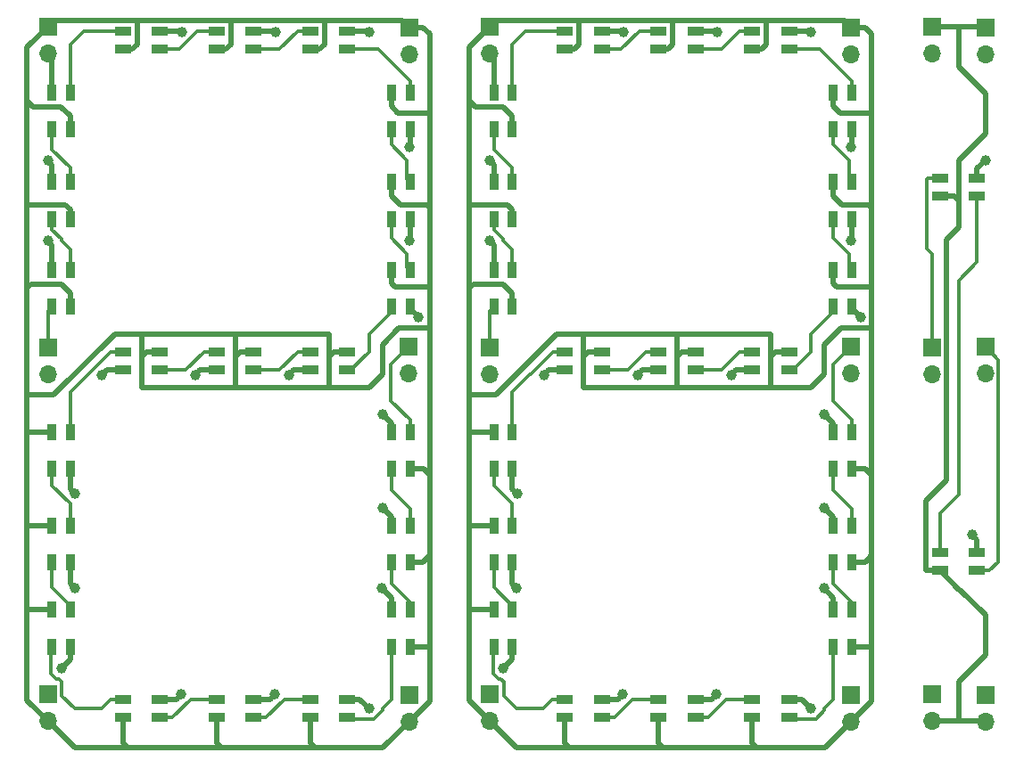
<source format=gbr>
%TF.GenerationSoftware,KiCad,Pcbnew,(5.1.9)-1*%
%TF.CreationDate,2021-05-05T18:50:42+10:00*%
%TF.ProjectId,panel,70616e65-6c2e-46b6-9963-61645f706362,rev?*%
%TF.SameCoordinates,Original*%
%TF.FileFunction,Copper,L1,Top*%
%TF.FilePolarity,Positive*%
%FSLAX46Y46*%
G04 Gerber Fmt 4.6, Leading zero omitted, Abs format (unit mm)*
G04 Created by KiCad (PCBNEW (5.1.9)-1) date 2021-05-05 18:50:42*
%MOMM*%
%LPD*%
G01*
G04 APERTURE LIST*
%TA.AperFunction,SMDPad,CuDef*%
%ADD10R,0.850000X1.600000*%
%TD*%
%TA.AperFunction,ComponentPad*%
%ADD11O,1.700000X1.700000*%
%TD*%
%TA.AperFunction,ComponentPad*%
%ADD12R,1.700000X1.700000*%
%TD*%
%TA.AperFunction,SMDPad,CuDef*%
%ADD13R,1.600000X0.850000*%
%TD*%
%TA.AperFunction,ViaPad*%
%ADD14C,1.000000*%
%TD*%
%TA.AperFunction,Conductor*%
%ADD15C,0.350000*%
%TD*%
%TA.AperFunction,Conductor*%
%ADD16C,0.500000*%
%TD*%
G04 APERTURE END LIST*
D10*
%TO.P,D5,1*%
%TO.N,N/C*%
X54469000Y-56755000D03*
%TO.P,D5,2*%
X56219000Y-56755000D03*
%TO.P,D5,4*%
X54469000Y-53255000D03*
%TO.P,D5,3*%
X56219000Y-53255000D03*
%TD*%
D11*
%TO.P,J9,2*%
%TO.N,N/C*%
X56134000Y-113030000D03*
D12*
%TO.P,J9,1*%
X56134000Y-110490000D03*
%TD*%
D10*
%TO.P,D20,1*%
%TO.N,N/C*%
X56219000Y-102390000D03*
%TO.P,D20,2*%
X54469000Y-102390000D03*
%TO.P,D20,4*%
X56219000Y-105890000D03*
%TO.P,D20,3*%
X54469000Y-105890000D03*
%TD*%
%TO.P,D17,1*%
%TO.N,N/C*%
X22239000Y-97875000D03*
%TO.P,D17,2*%
X23989000Y-97875000D03*
%TO.P,D17,4*%
X22239000Y-94375000D03*
%TO.P,D17,3*%
X23989000Y-94375000D03*
%TD*%
D13*
%TO.P,D21,1*%
%TO.N,N/C*%
X32484000Y-112635000D03*
%TO.P,D21,2*%
X32484000Y-110885000D03*
%TO.P,D21,4*%
X28984000Y-112635000D03*
%TO.P,D21,3*%
X28984000Y-110885000D03*
%TD*%
D11*
%TO.P,J5,2*%
%TO.N,N/C*%
X56084000Y-79960000D03*
D12*
%TO.P,J5,1*%
X56084000Y-77420000D03*
%TD*%
D11*
%TO.P,J8,2*%
%TO.N,N/C*%
X21844000Y-80010000D03*
D12*
%TO.P,J8,1*%
X21844000Y-77470000D03*
%TD*%
D10*
%TO.P,D6,1*%
%TO.N,N/C*%
X23989000Y-61750000D03*
%TO.P,D6,2*%
X22239000Y-61750000D03*
%TO.P,D6,4*%
X23989000Y-65250000D03*
%TO.P,D6,3*%
X22239000Y-65250000D03*
%TD*%
%TO.P,D7,1*%
%TO.N,N/C*%
X54469000Y-65250000D03*
%TO.P,D7,2*%
X56219000Y-65250000D03*
%TO.P,D7,4*%
X54469000Y-61750000D03*
%TO.P,D7,3*%
X56219000Y-61750000D03*
%TD*%
D11*
%TO.P,J12,2*%
%TO.N,N/C*%
X21844000Y-112980000D03*
D12*
%TO.P,J12,1*%
X21844000Y-110440000D03*
%TD*%
D10*
%TO.P,D18,1*%
%TO.N,N/C*%
X56219000Y-94375000D03*
%TO.P,D18,2*%
X54469000Y-94375000D03*
%TO.P,D18,4*%
X56219000Y-97875000D03*
%TO.P,D18,3*%
X54469000Y-97875000D03*
%TD*%
D13*
%TO.P,D22,1*%
%TO.N,N/C*%
X41374000Y-112635000D03*
%TO.P,D22,2*%
X41374000Y-110885000D03*
%TO.P,D22,4*%
X37874000Y-112635000D03*
%TO.P,D22,3*%
X37874000Y-110885000D03*
%TD*%
D10*
%TO.P,D15,1*%
%TO.N,N/C*%
X56219000Y-85485000D03*
%TO.P,D15,2*%
X54469000Y-85485000D03*
%TO.P,D15,4*%
X56219000Y-88985000D03*
%TO.P,D15,3*%
X54469000Y-88985000D03*
%TD*%
D13*
%TO.P,D1,1*%
%TO.N,N/C*%
X32484000Y-49135000D03*
%TO.P,D1,2*%
X32484000Y-47385000D03*
%TO.P,D1,4*%
X28984000Y-49135000D03*
%TO.P,D1,3*%
X28984000Y-47385000D03*
%TD*%
D11*
%TO.P,J3,2*%
%TO.N,N/C*%
X56134000Y-49580000D03*
D12*
%TO.P,J3,1*%
X56134000Y-47040000D03*
%TD*%
D13*
%TO.P,D13,1*%
%TO.N,N/C*%
X46764000Y-77865000D03*
%TO.P,D13,2*%
X46764000Y-79615000D03*
%TO.P,D13,4*%
X50264000Y-77865000D03*
%TO.P,D13,3*%
X50264000Y-79615000D03*
%TD*%
D10*
%TO.P,D19,1*%
%TO.N,N/C*%
X22239000Y-105890000D03*
%TO.P,D19,2*%
X23989000Y-105890000D03*
%TO.P,D19,4*%
X22239000Y-102390000D03*
%TO.P,D19,3*%
X23989000Y-102390000D03*
%TD*%
%TO.P,D9,1*%
%TO.N,N/C*%
X23989000Y-70072000D03*
%TO.P,D9,2*%
X22239000Y-70072000D03*
%TO.P,D9,4*%
X23989000Y-73572000D03*
%TO.P,D9,3*%
X22239000Y-73572000D03*
%TD*%
%TO.P,D10,1*%
%TO.N,N/C*%
X54469000Y-73572000D03*
%TO.P,D10,2*%
X56219000Y-73572000D03*
%TO.P,D10,4*%
X54469000Y-70072000D03*
%TO.P,D10,3*%
X56219000Y-70072000D03*
%TD*%
D13*
%TO.P,D11,1*%
%TO.N,N/C*%
X28984000Y-77865000D03*
%TO.P,D11,2*%
X28984000Y-79615000D03*
%TO.P,D11,4*%
X32484000Y-77865000D03*
%TO.P,D11,3*%
X32484000Y-79615000D03*
%TD*%
%TO.P,D3,1*%
%TO.N,N/C*%
X50264000Y-49135000D03*
%TO.P,D3,2*%
X50264000Y-47385000D03*
%TO.P,D3,4*%
X46764000Y-49135000D03*
%TO.P,D3,3*%
X46764000Y-47385000D03*
%TD*%
D11*
%TO.P,J2,2*%
%TO.N,N/C*%
X21844000Y-49530000D03*
D12*
%TO.P,J2,1*%
X21844000Y-46990000D03*
%TD*%
D10*
%TO.P,D4,1*%
%TO.N,N/C*%
X23989000Y-53255000D03*
%TO.P,D4,2*%
X22239000Y-53255000D03*
%TO.P,D4,4*%
X23989000Y-56755000D03*
%TO.P,D4,3*%
X22239000Y-56755000D03*
%TD*%
%TO.P,D14,1*%
%TO.N,N/C*%
X22239000Y-88985000D03*
%TO.P,D14,2*%
X23989000Y-88985000D03*
%TO.P,D14,4*%
X22239000Y-85485000D03*
%TO.P,D14,3*%
X23989000Y-85485000D03*
%TD*%
D13*
%TO.P,D2,1*%
%TO.N,N/C*%
X41374000Y-49135000D03*
%TO.P,D2,2*%
X41374000Y-47385000D03*
%TO.P,D2,4*%
X37874000Y-49135000D03*
%TO.P,D2,3*%
X37874000Y-47385000D03*
%TD*%
%TO.P,D23,1*%
%TO.N,N/C*%
X50264000Y-112635000D03*
%TO.P,D23,2*%
X50264000Y-110885000D03*
%TO.P,D23,4*%
X46764000Y-112635000D03*
%TO.P,D23,3*%
X46764000Y-110885000D03*
%TD*%
%TO.P,D12,1*%
%TO.N,N/C*%
X37874000Y-77865000D03*
%TO.P,D12,2*%
X37874000Y-79615000D03*
%TO.P,D12,4*%
X41374000Y-77865000D03*
%TO.P,D12,3*%
X41374000Y-79615000D03*
%TD*%
D12*
%TO.P,J7,1*%
%TO.N,N/C*%
X110845600Y-77420000D03*
D11*
%TO.P,J7,2*%
X110845600Y-79960000D03*
%TD*%
D12*
%TO.P,J10,1*%
%TO.N,N/C*%
X110845600Y-110490000D03*
D11*
%TO.P,J10,2*%
X110845600Y-113030000D03*
%TD*%
D12*
%TO.P,J11,1*%
%TO.N,N/C*%
X105765600Y-110440000D03*
D11*
%TO.P,J11,2*%
X105765600Y-112980000D03*
%TD*%
D12*
%TO.P,J12,1*%
%TO.N,N/C*%
X63804800Y-110440000D03*
D11*
%TO.P,J12,2*%
X63804800Y-112980000D03*
%TD*%
D12*
%TO.P,J5,1*%
%TO.N,N/C*%
X98044800Y-77420000D03*
D11*
%TO.P,J5,2*%
X98044800Y-79960000D03*
%TD*%
D12*
%TO.P,J6,1*%
%TO.N,N/C*%
X105765600Y-77470000D03*
D11*
%TO.P,J6,2*%
X105765600Y-80010000D03*
%TD*%
D12*
%TO.P,J8,1*%
%TO.N,N/C*%
X63804800Y-77470000D03*
D11*
%TO.P,J8,2*%
X63804800Y-80010000D03*
%TD*%
D10*
%TO.P,D6,3*%
%TO.N,N/C*%
X64199800Y-65250000D03*
%TO.P,D6,4*%
X65949800Y-65250000D03*
%TO.P,D6,2*%
X64199800Y-61750000D03*
%TO.P,D6,1*%
X65949800Y-61750000D03*
%TD*%
%TO.P,D7,3*%
%TO.N,N/C*%
X98179800Y-61750000D03*
%TO.P,D7,4*%
X96429800Y-61750000D03*
%TO.P,D7,2*%
X98179800Y-65250000D03*
%TO.P,D7,1*%
X96429800Y-65250000D03*
%TD*%
%TO.P,D18,3*%
%TO.N,N/C*%
X96429800Y-97875000D03*
%TO.P,D18,4*%
X98179800Y-97875000D03*
%TO.P,D18,2*%
X96429800Y-94375000D03*
%TO.P,D18,1*%
X98179800Y-94375000D03*
%TD*%
D12*
%TO.P,J1,1*%
%TO.N,N/C*%
X105765600Y-46990000D03*
D11*
%TO.P,J1,2*%
X105765600Y-49530000D03*
%TD*%
D13*
%TO.P,D8,3*%
%TO.N,N/C*%
X106555600Y-61355000D03*
%TO.P,D8,4*%
X106555600Y-63105000D03*
%TO.P,D8,2*%
X110055600Y-61355000D03*
%TO.P,D8,1*%
X110055600Y-63105000D03*
%TD*%
%TO.P,D11,3*%
%TO.N,N/C*%
X74444800Y-79615000D03*
%TO.P,D11,4*%
X74444800Y-77865000D03*
%TO.P,D11,2*%
X70944800Y-79615000D03*
%TO.P,D11,1*%
X70944800Y-77865000D03*
%TD*%
%TO.P,D12,3*%
%TO.N,N/C*%
X83334800Y-79615000D03*
%TO.P,D12,4*%
X83334800Y-77865000D03*
%TO.P,D12,2*%
X79834800Y-79615000D03*
%TO.P,D12,1*%
X79834800Y-77865000D03*
%TD*%
%TO.P,D13,3*%
%TO.N,N/C*%
X92224800Y-79615000D03*
%TO.P,D13,4*%
X92224800Y-77865000D03*
%TO.P,D13,2*%
X88724800Y-79615000D03*
%TO.P,D13,1*%
X88724800Y-77865000D03*
%TD*%
%TO.P,D3,3*%
%TO.N,N/C*%
X88724800Y-47385000D03*
%TO.P,D3,4*%
X88724800Y-49135000D03*
%TO.P,D3,2*%
X92224800Y-47385000D03*
%TO.P,D3,1*%
X92224800Y-49135000D03*
%TD*%
%TO.P,D22,3*%
%TO.N,N/C*%
X79834800Y-110885000D03*
%TO.P,D22,4*%
X79834800Y-112635000D03*
%TO.P,D22,2*%
X83334800Y-110885000D03*
%TO.P,D22,1*%
X83334800Y-112635000D03*
%TD*%
%TO.P,D23,3*%
%TO.N,N/C*%
X88724800Y-110885000D03*
%TO.P,D23,4*%
X88724800Y-112635000D03*
%TO.P,D23,2*%
X92224800Y-110885000D03*
%TO.P,D23,1*%
X92224800Y-112635000D03*
%TD*%
D10*
%TO.P,D14,3*%
%TO.N,N/C*%
X65949800Y-85485000D03*
%TO.P,D14,4*%
X64199800Y-85485000D03*
%TO.P,D14,2*%
X65949800Y-88985000D03*
%TO.P,D14,1*%
X64199800Y-88985000D03*
%TD*%
D12*
%TO.P,J4,1*%
%TO.N,N/C*%
X110845600Y-47040000D03*
D11*
%TO.P,J4,2*%
X110845600Y-49580000D03*
%TD*%
D10*
%TO.P,D15,3*%
%TO.N,N/C*%
X96429800Y-88985000D03*
%TO.P,D15,4*%
X98179800Y-88985000D03*
%TO.P,D15,2*%
X96429800Y-85485000D03*
%TO.P,D15,1*%
X98179800Y-85485000D03*
%TD*%
%TO.P,D19,3*%
%TO.N,N/C*%
X65949800Y-102390000D03*
%TO.P,D19,4*%
X64199800Y-102390000D03*
%TO.P,D19,2*%
X65949800Y-105890000D03*
%TO.P,D19,1*%
X64199800Y-105890000D03*
%TD*%
D12*
%TO.P,J2,1*%
%TO.N,N/C*%
X63804800Y-46990000D03*
D11*
%TO.P,J2,2*%
X63804800Y-49530000D03*
%TD*%
D12*
%TO.P,J3,1*%
%TO.N,N/C*%
X98094800Y-47040000D03*
D11*
%TO.P,J3,2*%
X98094800Y-49580000D03*
%TD*%
D10*
%TO.P,D4,3*%
%TO.N,N/C*%
X64199800Y-56755000D03*
%TO.P,D4,4*%
X65949800Y-56755000D03*
%TO.P,D4,2*%
X64199800Y-53255000D03*
%TO.P,D4,1*%
X65949800Y-53255000D03*
%TD*%
D13*
%TO.P,D2,3*%
%TO.N,N/C*%
X79834800Y-47385000D03*
%TO.P,D2,4*%
X79834800Y-49135000D03*
%TO.P,D2,2*%
X83334800Y-47385000D03*
%TO.P,D2,1*%
X83334800Y-49135000D03*
%TD*%
%TO.P,D16,3*%
%TO.N,N/C*%
X106555600Y-96915000D03*
%TO.P,D16,4*%
X106555600Y-98665000D03*
%TO.P,D16,2*%
X110055600Y-96915000D03*
%TO.P,D16,1*%
X110055600Y-98665000D03*
%TD*%
D10*
%TO.P,D9,3*%
%TO.N,N/C*%
X64199800Y-73572000D03*
%TO.P,D9,4*%
X65949800Y-73572000D03*
%TO.P,D9,2*%
X64199800Y-70072000D03*
%TO.P,D9,1*%
X65949800Y-70072000D03*
%TD*%
D13*
%TO.P,D1,3*%
%TO.N,N/C*%
X70944800Y-47385000D03*
%TO.P,D1,4*%
X70944800Y-49135000D03*
%TO.P,D1,2*%
X74444800Y-47385000D03*
%TO.P,D1,1*%
X74444800Y-49135000D03*
%TD*%
D10*
%TO.P,D10,3*%
%TO.N,N/C*%
X98179800Y-70072000D03*
%TO.P,D10,4*%
X96429800Y-70072000D03*
%TO.P,D10,2*%
X98179800Y-73572000D03*
%TO.P,D10,1*%
X96429800Y-73572000D03*
%TD*%
D12*
%TO.P,J9,1*%
%TO.N,N/C*%
X98094800Y-110490000D03*
D11*
%TO.P,J9,2*%
X98094800Y-113030000D03*
%TD*%
D10*
%TO.P,D5,3*%
%TO.N,N/C*%
X98179800Y-53255000D03*
%TO.P,D5,4*%
X96429800Y-53255000D03*
%TO.P,D5,2*%
X98179800Y-56755000D03*
%TO.P,D5,1*%
X96429800Y-56755000D03*
%TD*%
%TO.P,D20,3*%
%TO.N,N/C*%
X96429800Y-105890000D03*
%TO.P,D20,4*%
X98179800Y-105890000D03*
%TO.P,D20,2*%
X96429800Y-102390000D03*
%TO.P,D20,1*%
X98179800Y-102390000D03*
%TD*%
%TO.P,D17,3*%
%TO.N,N/C*%
X65949800Y-94375000D03*
%TO.P,D17,4*%
X64199800Y-94375000D03*
%TO.P,D17,2*%
X65949800Y-97875000D03*
%TO.P,D17,1*%
X64199800Y-97875000D03*
%TD*%
D13*
%TO.P,D21,3*%
%TO.N,N/C*%
X70944800Y-110885000D03*
%TO.P,D21,4*%
X70944800Y-112635000D03*
%TO.P,D21,2*%
X74444800Y-110885000D03*
%TO.P,D21,1*%
X74444800Y-112635000D03*
%TD*%
D14*
%TO.N,*%
X63804800Y-59690000D03*
X94284800Y-47459999D03*
X95554800Y-92710000D03*
X99009790Y-74574990D03*
X98094800Y-58420000D03*
X76446627Y-110439314D03*
X95541152Y-100336161D03*
X86722973Y-80060686D03*
X66395486Y-91381827D03*
X94284800Y-111760000D03*
X77832973Y-80060686D03*
X85394800Y-47459999D03*
X98094800Y-67310000D03*
X110845600Y-59690000D03*
X66344800Y-100330000D03*
X65074800Y-107950000D03*
X63804800Y-67310000D03*
X76504800Y-47459999D03*
X68956730Y-80081930D03*
X85336627Y-110439314D03*
X109575600Y-95250000D03*
X95554800Y-83820000D03*
X21844000Y-59690000D03*
X34485827Y-110439314D03*
X24434686Y-91381827D03*
X53594000Y-92710000D03*
X24384000Y-100330000D03*
X23114000Y-107950000D03*
X43434000Y-47459999D03*
X21844000Y-67310000D03*
X52324000Y-111760000D03*
X34544000Y-47459999D03*
X56134000Y-58420000D03*
X44762173Y-80060686D03*
X26995930Y-80081930D03*
X57048990Y-74574990D03*
X43375827Y-110439314D03*
X52324000Y-47459999D03*
X53594000Y-83820000D03*
X35872173Y-80060686D03*
X53580352Y-100336161D03*
X56134000Y-67310000D03*
%TD*%
D15*
%TO.N,*%
X74444800Y-49135000D02*
X76272801Y-49135000D01*
X76272801Y-49135000D02*
X78022801Y-47385000D01*
X78022801Y-47385000D02*
X79834800Y-47385000D01*
D16*
X79834800Y-79615000D02*
X78278659Y-79615000D01*
X87168659Y-79615000D02*
X86722973Y-80060686D01*
X88724800Y-79615000D02*
X87168659Y-79615000D01*
X69423660Y-79615000D02*
X68956730Y-80081930D01*
X70944800Y-79615000D02*
X69423660Y-79615000D01*
X85319801Y-47385000D02*
X85394800Y-47459999D01*
X110055600Y-61355000D02*
X110055600Y-60480000D01*
X96429800Y-101224809D02*
X95541152Y-100336161D01*
X65949800Y-90936141D02*
X66395486Y-91381827D01*
X65949800Y-88985000D02*
X65949800Y-90936141D01*
X83334800Y-47385000D02*
X85319801Y-47385000D01*
X65949800Y-99935000D02*
X66344800Y-100330000D01*
X94209801Y-47385000D02*
X94284800Y-47459999D01*
X110055600Y-60480000D02*
X110845600Y-59690000D01*
X74444800Y-47385000D02*
X76429801Y-47385000D01*
X110055600Y-95730000D02*
X109575600Y-95250000D01*
X110055600Y-96915000D02*
X110055600Y-95730000D01*
X64199800Y-67705000D02*
X63804800Y-67310000D01*
X64199800Y-70072000D02*
X64199800Y-67705000D01*
X64199800Y-61750000D02*
X64199800Y-60085000D01*
X64199800Y-53255000D02*
X64199800Y-49925000D01*
X92224800Y-47385000D02*
X94209801Y-47385000D01*
X98179800Y-58335000D02*
X98094800Y-58420000D01*
X98179800Y-56755000D02*
X98179800Y-58335000D01*
X98179800Y-73745000D02*
X99009790Y-74574990D01*
X96429800Y-102390000D02*
X96429800Y-101224809D01*
X98179800Y-73572000D02*
X98179800Y-73745000D01*
X64199800Y-60085000D02*
X63804800Y-59690000D01*
X64199800Y-49925000D02*
X63804800Y-49530000D01*
X76429801Y-47385000D02*
X76504800Y-47459999D01*
X96429800Y-93585000D02*
X95554800Y-92710000D01*
X96429800Y-94375000D02*
X96429800Y-93585000D01*
X96429800Y-84695000D02*
X95554800Y-83820000D01*
X96429800Y-85485000D02*
X96429800Y-84695000D01*
X78278659Y-79615000D02*
X77832973Y-80060686D01*
X98179800Y-67225000D02*
X98094800Y-67310000D01*
X98179800Y-65250000D02*
X98179800Y-67225000D01*
X83334800Y-110885000D02*
X84890941Y-110885000D01*
X65949800Y-105890000D02*
X65949800Y-107075000D01*
X65949800Y-97875000D02*
X65949800Y-99935000D01*
X65949800Y-107075000D02*
X65074800Y-107950000D01*
X92224800Y-110885000D02*
X93409800Y-110885000D01*
X93409800Y-110885000D02*
X94284800Y-111760000D01*
X84890941Y-110885000D02*
X85336627Y-110439314D01*
X74444800Y-110885000D02*
X76000941Y-110885000D01*
X76000941Y-110885000D02*
X76446627Y-110439314D01*
X90074801Y-48659999D02*
X90074801Y-46590001D01*
X98179800Y-105890000D02*
X99844800Y-105890000D01*
X72114799Y-46409999D02*
X81004799Y-46409999D01*
X100059790Y-106104990D02*
X100059790Y-111065010D01*
X98179800Y-97875000D02*
X99399780Y-97875000D01*
X100059790Y-97214990D02*
X100059790Y-106104990D01*
X99449800Y-88985000D02*
X100059790Y-89594990D01*
X64384801Y-46409999D02*
X72114799Y-46409999D01*
X81184801Y-48659999D02*
X81184801Y-46590001D01*
X89894799Y-46409999D02*
X97464799Y-46409999D01*
X98094800Y-47040000D02*
X99444800Y-47040000D01*
X70944800Y-49135000D02*
X71819800Y-49135000D01*
X80709800Y-49135000D02*
X81184801Y-48659999D01*
X79834800Y-49135000D02*
X80709800Y-49135000D01*
X99399780Y-97875000D02*
X100059790Y-97214990D01*
X81004799Y-46409999D02*
X89894799Y-46409999D01*
X72294801Y-46590001D02*
X72114799Y-46409999D01*
X81184801Y-46590001D02*
X81004799Y-46409999D01*
X99844800Y-105890000D02*
X100059790Y-106104990D01*
X98179800Y-88985000D02*
X99449800Y-88985000D01*
X97464799Y-46409999D02*
X98094800Y-47040000D01*
X63804800Y-46990000D02*
X64384801Y-46409999D01*
X72294801Y-48659999D02*
X72294801Y-46590001D01*
X71819800Y-49135000D02*
X72294801Y-48659999D01*
X88724800Y-49135000D02*
X89599800Y-49135000D01*
X89599800Y-49135000D02*
X90074801Y-48659999D01*
X99444800Y-47040000D02*
X100059790Y-47654990D01*
X100059790Y-111065010D02*
X98094800Y-113030000D01*
X90074801Y-46590001D02*
X89894799Y-46409999D01*
X64379810Y-81974990D02*
X70154800Y-76200000D01*
X97149808Y-75624990D02*
X95554800Y-77219998D01*
X61839810Y-48954990D02*
X61839810Y-54034990D01*
X90474800Y-78315000D02*
X90474800Y-76200000D01*
X100059790Y-71695010D02*
X100059790Y-75624990D01*
X62019820Y-94375000D02*
X61839810Y-94555010D01*
X81584800Y-78315000D02*
X81584800Y-76200000D01*
X100059790Y-89594990D02*
X100059790Y-97214990D01*
X65084799Y-71422001D02*
X62232799Y-71422001D01*
X61839810Y-111015010D02*
X63804800Y-112980000D01*
X61839810Y-85665010D02*
X61839810Y-94555010D01*
X65949800Y-64375000D02*
X65474799Y-63899999D01*
X62232799Y-71422001D02*
X61839810Y-71814990D01*
X96429800Y-71372000D02*
X96752810Y-71695010D01*
X96429800Y-63050000D02*
X97279799Y-63899999D01*
X100059790Y-75624990D02*
X97149808Y-75624990D01*
X65949800Y-73572000D02*
X65949800Y-72287002D01*
X61839810Y-54034990D02*
X61839810Y-64075010D01*
X65069801Y-54605001D02*
X62409821Y-54605001D01*
X100059790Y-64194990D02*
X100059790Y-71695010D01*
X96429800Y-53255000D02*
X96429800Y-54555000D01*
X97279799Y-63899999D02*
X99764799Y-63899999D01*
X96429800Y-54555000D02*
X97059810Y-55185010D01*
X100059790Y-47654990D02*
X100059790Y-55185010D01*
X100059790Y-75624990D02*
X100059790Y-89594990D01*
X64199800Y-94375000D02*
X62019820Y-94375000D01*
X62054800Y-102390000D02*
X61839810Y-102175010D01*
X95554800Y-77219998D02*
X95554800Y-80010000D01*
X74444800Y-77865000D02*
X73144800Y-77865000D01*
X61839810Y-64075010D02*
X61839810Y-71814990D01*
X72694800Y-78315000D02*
X72694800Y-81280000D01*
X73144800Y-77865000D02*
X72694800Y-78315000D01*
X96429800Y-61750000D02*
X96429800Y-63050000D01*
X83334800Y-77865000D02*
X82034800Y-77865000D01*
X81584800Y-78315000D02*
X81584800Y-81280000D01*
X65949800Y-55485000D02*
X65069801Y-54605001D01*
X65949800Y-72287002D02*
X65084799Y-71422001D01*
X96752810Y-71695010D02*
X100059790Y-71695010D01*
X96429800Y-70072000D02*
X96429800Y-71372000D01*
X65949800Y-65250000D02*
X65949800Y-64375000D01*
X62014821Y-63899999D02*
X61839810Y-64075010D01*
X90474800Y-78315000D02*
X90474800Y-81280000D01*
X62019820Y-85485000D02*
X61839810Y-85665010D01*
X90474800Y-81280000D02*
X81584800Y-81280000D01*
X63804800Y-46990000D02*
X61839810Y-48954990D01*
X94284800Y-81280000D02*
X90474800Y-81280000D01*
X99764799Y-63899999D02*
X100059790Y-64194990D01*
X65949800Y-56755000D02*
X65949800Y-55485000D01*
X62409821Y-54605001D02*
X61839810Y-54034990D01*
X97059810Y-55185010D02*
X100059790Y-55185010D01*
X64199800Y-102390000D02*
X62054800Y-102390000D01*
X61839810Y-102175010D02*
X61839810Y-111015010D01*
X61839810Y-94555010D02*
X61839810Y-102175010D01*
X65474799Y-63899999D02*
X62014821Y-63899999D01*
X100059790Y-55185010D02*
X100059790Y-64194990D01*
X90924800Y-77865000D02*
X90474800Y-78315000D01*
X95554800Y-80010000D02*
X94284800Y-81280000D01*
X82034800Y-77865000D02*
X81584800Y-78315000D01*
X81584800Y-81280000D02*
X72694800Y-81280000D01*
X92224800Y-77865000D02*
X90924800Y-77865000D01*
X61839810Y-71814990D02*
X61839810Y-81974990D01*
X61839810Y-81974990D02*
X64379810Y-81974990D01*
X64199800Y-85485000D02*
X62019820Y-85485000D01*
X61839810Y-81974990D02*
X61839810Y-85665010D01*
X72694800Y-76200000D02*
X81584800Y-76200000D01*
X106555600Y-63105000D02*
X107910600Y-63105000D01*
X108305600Y-112930000D02*
X108355600Y-112980000D01*
X110795600Y-112980000D02*
X110845600Y-113030000D01*
X71374800Y-115520000D02*
X80264800Y-115520000D01*
X70944800Y-115090000D02*
X71374800Y-115520000D01*
X70944800Y-112635000D02*
X70944800Y-115090000D01*
X108305600Y-46990000D02*
X110795600Y-46990000D01*
X81584800Y-76200000D02*
X90474800Y-76200000D01*
X107020602Y-63105000D02*
X106555600Y-63105000D01*
X105765600Y-112980000D02*
X108355600Y-112980000D01*
X108355600Y-112980000D02*
X110795600Y-112980000D01*
X105205599Y-92000001D02*
X107165601Y-90039999D01*
X107910600Y-63105000D02*
X108305600Y-63500000D01*
X108305600Y-66040000D02*
X108305600Y-63500000D01*
X63804800Y-112980000D02*
X66344800Y-115520000D01*
X110845600Y-53340000D02*
X108305600Y-50800000D01*
X89154800Y-115520000D02*
X95604800Y-115520000D01*
X108355600Y-100465000D02*
X108440600Y-100465000D01*
X95604800Y-115520000D02*
X98094800Y-113030000D01*
X66344800Y-115520000D02*
X71374800Y-115520000D01*
X108440600Y-100465000D02*
X110845600Y-102870000D01*
X70154800Y-76200000D02*
X72694800Y-76200000D01*
X88724800Y-115090000D02*
X89154800Y-115520000D01*
X108305600Y-50800000D02*
X108305600Y-46990000D01*
X107165601Y-67179999D02*
X108305600Y-66040000D01*
X108305600Y-109220000D02*
X108305600Y-112930000D01*
X108355600Y-100465000D02*
X106555600Y-98665000D01*
X80264800Y-115520000D02*
X89154800Y-115520000D01*
X106555600Y-98665000D02*
X105255600Y-98665000D01*
X107165601Y-90039999D02*
X107165601Y-67179999D01*
X108305600Y-63500000D02*
X108305600Y-59690000D01*
X105205599Y-98614999D02*
X105205599Y-92000001D01*
X88724800Y-112635000D02*
X88724800Y-115090000D01*
X105255600Y-98665000D02*
X105205599Y-98614999D01*
X110845600Y-57150000D02*
X110845600Y-53340000D01*
X110845600Y-102870000D02*
X110845600Y-106680000D01*
X110845600Y-106680000D02*
X108305600Y-109220000D01*
X105765600Y-46990000D02*
X108305600Y-46990000D01*
X72694800Y-78315000D02*
X72694800Y-76200000D01*
X110795600Y-46990000D02*
X110845600Y-47040000D01*
X79834800Y-112635000D02*
X79834800Y-115090000D01*
X79834800Y-115090000D02*
X80264800Y-115520000D01*
X108305600Y-59690000D02*
X110845600Y-57150000D01*
D15*
X67219800Y-47385000D02*
X70944800Y-47385000D01*
X65949800Y-53255000D02*
X65949800Y-48655000D01*
X65949800Y-48655000D02*
X67219800Y-47385000D01*
X83334800Y-49135000D02*
X85789800Y-49135000D01*
X85789800Y-49135000D02*
X87539800Y-47385000D01*
X87539800Y-47385000D02*
X88724800Y-47385000D01*
X98179800Y-52155000D02*
X98179800Y-53255000D01*
X92224800Y-49135000D02*
X95159800Y-49135000D01*
X95159800Y-49135000D02*
X98179800Y-52155000D01*
X65949800Y-60391998D02*
X64199800Y-58641998D01*
X65949800Y-61750000D02*
X65949800Y-60391998D01*
X64199800Y-58641998D02*
X64199800Y-56755000D01*
X96429800Y-58198002D02*
X97921798Y-59690000D01*
X96429800Y-56755000D02*
X96429800Y-58198002D01*
X97921798Y-61491998D02*
X98179800Y-61750000D01*
X97921798Y-59690000D02*
X97921798Y-61491998D01*
X65949800Y-70072000D02*
X65949800Y-68185000D01*
X64199800Y-66261998D02*
X64199800Y-65250000D01*
X65074800Y-67136998D02*
X64199800Y-66261998D01*
X65074800Y-67310000D02*
X65074800Y-67136998D01*
X65949800Y-68185000D02*
X65074800Y-67310000D01*
X97921798Y-69813998D02*
X98179800Y-70072000D01*
X97921798Y-68580000D02*
X97921798Y-69813998D01*
X96429800Y-65250000D02*
X96429800Y-67088002D01*
X96429800Y-67088002D02*
X97921798Y-68580000D01*
X108305600Y-71120000D02*
X108305600Y-91440000D01*
X110055600Y-63105000D02*
X110055600Y-69370000D01*
X110055600Y-69370000D02*
X108305600Y-71120000D01*
X106555600Y-93190000D02*
X106555600Y-96915000D01*
X108305600Y-91440000D02*
X106555600Y-93190000D01*
X105405600Y-61355000D02*
X106555600Y-61355000D01*
X105765600Y-68580000D02*
X105280599Y-68094999D01*
X105280599Y-68094999D02*
X105280599Y-61480001D01*
X105280599Y-61480001D02*
X105405600Y-61355000D01*
X105765600Y-77470000D02*
X105765600Y-68580000D01*
X63804800Y-73967000D02*
X64199800Y-73572000D01*
X63804800Y-77470000D02*
X63804800Y-73967000D01*
X92554802Y-79615000D02*
X92224800Y-79615000D01*
X94284800Y-76200000D02*
X94284800Y-77885002D01*
X94284800Y-77885002D02*
X92554802Y-79615000D01*
X96429800Y-74055000D02*
X94284800Y-76200000D01*
X96429800Y-73572000D02*
X96429800Y-74055000D01*
X67649800Y-80010000D02*
X67614800Y-80010000D01*
X67614800Y-80010000D02*
X65949800Y-81675000D01*
X70944800Y-77865000D02*
X69794800Y-77865000D01*
X65949800Y-81675000D02*
X65949800Y-85485000D01*
X69794800Y-77865000D02*
X67649800Y-80010000D01*
X79834800Y-77865000D02*
X78649800Y-77865000D01*
X76899800Y-79615000D02*
X74444800Y-79615000D01*
X78649800Y-77865000D02*
X76899800Y-79615000D01*
X88724800Y-77865000D02*
X87539800Y-77865000D01*
X87539800Y-77865000D02*
X85789800Y-79615000D01*
X85789800Y-79615000D02*
X83334800Y-79615000D01*
X64199800Y-88985000D02*
X64199800Y-90565000D01*
X65949800Y-92315000D02*
X65949800Y-94375000D01*
X64199800Y-90565000D02*
X65949800Y-92315000D01*
X98179800Y-84335000D02*
X96394800Y-82550000D01*
X96394800Y-79070000D02*
X98044800Y-77420000D01*
X96394800Y-82550000D02*
X96394800Y-79070000D01*
X98179800Y-85485000D02*
X98179800Y-84335000D01*
X98179800Y-92795000D02*
X96429800Y-91045000D01*
X96429800Y-91045000D02*
X96429800Y-88985000D01*
X98179800Y-94375000D02*
X98179800Y-92795000D01*
X110055600Y-98665000D02*
X111240600Y-98665000D01*
X111240600Y-98665000D02*
X112070601Y-97834999D01*
X112070601Y-97834999D02*
X112070601Y-78645001D01*
X112070601Y-78645001D02*
X110845600Y-77420000D01*
X65949800Y-102015000D02*
X64199800Y-100265000D01*
X64199800Y-100265000D02*
X64199800Y-97875000D01*
X65949800Y-102390000D02*
X65949800Y-102015000D01*
X98179800Y-102390000D02*
X98179800Y-101685000D01*
X96429800Y-99935000D02*
X96429800Y-97875000D01*
X98179800Y-101685000D02*
X96429800Y-99935000D01*
X64099799Y-105990001D02*
X64199800Y-105890000D01*
X64099799Y-108418001D02*
X64099799Y-105990001D01*
X64844803Y-108925001D02*
X64606799Y-108925001D01*
X65129801Y-110545001D02*
X65129801Y-109209999D01*
X66344800Y-111760000D02*
X65129801Y-110545001D01*
X68884800Y-111760000D02*
X66344800Y-111760000D01*
X69759800Y-110885000D02*
X68884800Y-111760000D01*
X65129801Y-109209999D02*
X64844803Y-108925001D01*
X70944800Y-110885000D02*
X69759800Y-110885000D01*
X64606799Y-108925001D02*
X64099799Y-108418001D01*
X94752801Y-112735001D02*
X95554800Y-111933002D01*
X95554800Y-111933002D02*
X95554800Y-111760000D01*
X92224800Y-112635000D02*
X92324801Y-112735001D01*
X95554800Y-111760000D02*
X96429800Y-110885000D01*
X96429800Y-110885000D02*
X96429800Y-105890000D01*
X92324801Y-112735001D02*
X94752801Y-112735001D01*
X74444800Y-112635000D02*
X75629800Y-112635000D01*
X77379800Y-110885000D02*
X79834800Y-110885000D01*
X75629800Y-112635000D02*
X77379800Y-110885000D01*
X83334800Y-112635000D02*
X84519800Y-112635000D01*
X86269800Y-110885000D02*
X88724800Y-110885000D01*
X84519800Y-112635000D02*
X86269800Y-110885000D01*
D16*
X41374000Y-47385000D02*
X43359001Y-47385000D01*
X46764000Y-79615000D02*
X45207859Y-79615000D01*
D15*
X34312001Y-49135000D02*
X36062001Y-47385000D01*
D16*
X32484000Y-47385000D02*
X34469001Y-47385000D01*
X50264000Y-47385000D02*
X52249001Y-47385000D01*
X27462860Y-79615000D02*
X26995930Y-80081930D01*
X28984000Y-79615000D02*
X27462860Y-79615000D01*
X43359001Y-47385000D02*
X43434000Y-47459999D01*
X23989000Y-99935000D02*
X24384000Y-100330000D01*
X22239000Y-67705000D02*
X21844000Y-67310000D01*
X22239000Y-61750000D02*
X22239000Y-60085000D01*
X37874000Y-79615000D02*
X36317859Y-79615000D01*
X54469000Y-101224809D02*
X53580352Y-100336161D01*
X52249001Y-47385000D02*
X52324000Y-47459999D01*
X23989000Y-88985000D02*
X23989000Y-90936141D01*
X22239000Y-70072000D02*
X22239000Y-67705000D01*
X22239000Y-53255000D02*
X22239000Y-49925000D01*
X23989000Y-90936141D02*
X24434686Y-91381827D01*
X45207859Y-79615000D02*
X44762173Y-80060686D01*
D15*
X32484000Y-49135000D02*
X34312001Y-49135000D01*
D16*
X56219000Y-58335000D02*
X56134000Y-58420000D01*
X47194000Y-115520000D02*
X53644000Y-115520000D01*
D15*
X25654000Y-80010000D02*
X23989000Y-81675000D01*
X37874000Y-77865000D02*
X36689000Y-77865000D01*
D16*
X24384000Y-115520000D02*
X29414000Y-115520000D01*
X28984000Y-115090000D02*
X29414000Y-115520000D01*
D15*
X23989000Y-53255000D02*
X23989000Y-48655000D01*
D16*
X37874000Y-115090000D02*
X38304000Y-115520000D01*
D15*
X23989000Y-68185000D02*
X23114000Y-67310000D01*
D16*
X28984000Y-112635000D02*
X28984000Y-115090000D01*
X38304000Y-115520000D02*
X47194000Y-115520000D01*
X46764000Y-112635000D02*
X46764000Y-115090000D01*
X30734000Y-78315000D02*
X30734000Y-76200000D01*
D15*
X25689000Y-80010000D02*
X25654000Y-80010000D01*
X23989000Y-92315000D02*
X23989000Y-94375000D01*
X23114000Y-67136998D02*
X22239000Y-66261998D01*
D16*
X53644000Y-115520000D02*
X56134000Y-113030000D01*
D15*
X46764000Y-77865000D02*
X45579000Y-77865000D01*
X22239000Y-66261998D02*
X22239000Y-65250000D01*
X23114000Y-67310000D02*
X23114000Y-67136998D01*
D16*
X39624000Y-76200000D02*
X48514000Y-76200000D01*
X21844000Y-112980000D02*
X24384000Y-115520000D01*
D15*
X25259000Y-47385000D02*
X28984000Y-47385000D01*
X23989000Y-48655000D02*
X25259000Y-47385000D01*
D16*
X46764000Y-115090000D02*
X47194000Y-115520000D01*
D15*
X45579000Y-47385000D02*
X46764000Y-47385000D01*
D16*
X37874000Y-112635000D02*
X37874000Y-115090000D01*
X28194000Y-76200000D02*
X30734000Y-76200000D01*
D15*
X22239000Y-88985000D02*
X22239000Y-90565000D01*
D16*
X29414000Y-115520000D02*
X38304000Y-115520000D01*
D15*
X22239000Y-90565000D02*
X23989000Y-92315000D01*
X45579000Y-77865000D02*
X43829000Y-79615000D01*
X44309000Y-110885000D02*
X46764000Y-110885000D01*
X50594002Y-79615000D02*
X50264000Y-79615000D01*
X54469000Y-99935000D02*
X54469000Y-97875000D01*
X32484000Y-112635000D02*
X33669000Y-112635000D01*
X35419000Y-110885000D02*
X37874000Y-110885000D01*
X21844000Y-73967000D02*
X22239000Y-73572000D01*
X33669000Y-112635000D02*
X35419000Y-110885000D01*
X22138999Y-108418001D02*
X22138999Y-105990001D01*
X55960998Y-68580000D02*
X55960998Y-69813998D01*
X24384000Y-111760000D02*
X23169001Y-110545001D01*
X56219000Y-101685000D02*
X54469000Y-99935000D01*
X26924000Y-111760000D02*
X24384000Y-111760000D01*
X54434000Y-82550000D02*
X54434000Y-79070000D01*
X34939000Y-79615000D02*
X32484000Y-79615000D01*
X56219000Y-84335000D02*
X54434000Y-82550000D01*
X23989000Y-102390000D02*
X23989000Y-102015000D01*
X54469000Y-74055000D02*
X52324000Y-76200000D01*
X43829000Y-79615000D02*
X41374000Y-79615000D01*
X54469000Y-73572000D02*
X54469000Y-74055000D01*
X53594000Y-111760000D02*
X54469000Y-110885000D01*
X42559000Y-112635000D02*
X44309000Y-110885000D01*
X54469000Y-91045000D02*
X54469000Y-88985000D01*
X21844000Y-77470000D02*
X21844000Y-73967000D01*
X50364001Y-112735001D02*
X52792001Y-112735001D01*
X52324000Y-76200000D02*
X52324000Y-77885002D01*
X56219000Y-94375000D02*
X56219000Y-92795000D01*
X56219000Y-102390000D02*
X56219000Y-101685000D01*
X22645999Y-108925001D02*
X22138999Y-108418001D01*
X54469000Y-65250000D02*
X54469000Y-67088002D01*
X23989000Y-81675000D02*
X23989000Y-85485000D01*
X23169001Y-109209999D02*
X22884003Y-108925001D01*
X27834000Y-77865000D02*
X25689000Y-80010000D01*
X23169001Y-110545001D02*
X23169001Y-109209999D01*
X56219000Y-85485000D02*
X56219000Y-84335000D01*
X53594000Y-111933002D02*
X53594000Y-111760000D01*
X28984000Y-110885000D02*
X27799000Y-110885000D01*
X55960998Y-69813998D02*
X56219000Y-70072000D01*
X27799000Y-110885000D02*
X26924000Y-111760000D01*
X22239000Y-100265000D02*
X22239000Y-97875000D01*
X52792001Y-112735001D02*
X53594000Y-111933002D01*
X52324000Y-77885002D02*
X50594002Y-79615000D01*
X56219000Y-92795000D02*
X54469000Y-91045000D01*
X54434000Y-79070000D02*
X56084000Y-77420000D01*
X36689000Y-77865000D02*
X34939000Y-79615000D01*
X22884003Y-108925001D02*
X22645999Y-108925001D01*
X41374000Y-112635000D02*
X42559000Y-112635000D01*
X23989000Y-102015000D02*
X22239000Y-100265000D01*
X50264000Y-112635000D02*
X50364001Y-112735001D01*
X54469000Y-67088002D02*
X55960998Y-68580000D01*
X22138999Y-105990001D02*
X22239000Y-105890000D01*
X54469000Y-110885000D02*
X54469000Y-105890000D01*
X28984000Y-77865000D02*
X27834000Y-77865000D01*
D16*
X57438980Y-97875000D02*
X58098990Y-97214990D01*
X39043999Y-46409999D02*
X47933999Y-46409999D01*
X30334001Y-46590001D02*
X30153999Y-46409999D01*
X57884000Y-105890000D02*
X58098990Y-106104990D01*
X58098990Y-106104990D02*
X58098990Y-111065010D01*
X23989000Y-97875000D02*
X23989000Y-99935000D01*
X34040141Y-110885000D02*
X34485827Y-110439314D01*
X21844000Y-46990000D02*
X22424001Y-46409999D01*
X56219000Y-88985000D02*
X57489000Y-88985000D01*
X54469000Y-85485000D02*
X54469000Y-84695000D01*
X39224001Y-48659999D02*
X39224001Y-46590001D01*
X23989000Y-105890000D02*
X23989000Y-107075000D01*
X22239000Y-49925000D02*
X21844000Y-49530000D01*
X56219000Y-73745000D02*
X57048990Y-74574990D01*
X22239000Y-60085000D02*
X21844000Y-59690000D01*
X56134000Y-47040000D02*
X57484000Y-47040000D01*
X28984000Y-49135000D02*
X29859000Y-49135000D01*
X32484000Y-110885000D02*
X34040141Y-110885000D01*
X54469000Y-102390000D02*
X54469000Y-101224809D01*
X56219000Y-56755000D02*
X56219000Y-58335000D01*
X38749000Y-49135000D02*
X39224001Y-48659999D01*
X39224001Y-46590001D02*
X39043999Y-46409999D01*
X56219000Y-105890000D02*
X57884000Y-105890000D01*
X30153999Y-46409999D02*
X39043999Y-46409999D01*
X41374000Y-110885000D02*
X42930141Y-110885000D01*
X23989000Y-107075000D02*
X23114000Y-107950000D01*
X54469000Y-94375000D02*
X54469000Y-93585000D01*
X58098990Y-97214990D02*
X58098990Y-106104990D01*
X47933999Y-46409999D02*
X55503999Y-46409999D01*
X55503999Y-46409999D02*
X56134000Y-47040000D01*
X57489000Y-88985000D02*
X58098990Y-89594990D01*
X56219000Y-67225000D02*
X56134000Y-67310000D01*
X50264000Y-110885000D02*
X51449000Y-110885000D01*
X42930141Y-110885000D02*
X43375827Y-110439314D01*
X36317859Y-79615000D02*
X35872173Y-80060686D01*
X48114001Y-48659999D02*
X48114001Y-46590001D01*
X56219000Y-97875000D02*
X57438980Y-97875000D01*
X56219000Y-73572000D02*
X56219000Y-73745000D01*
X34469001Y-47385000D02*
X34544000Y-47459999D01*
X56219000Y-65250000D02*
X56219000Y-67225000D01*
D15*
X36062001Y-47385000D02*
X37874000Y-47385000D01*
D16*
X22424001Y-46409999D02*
X30153999Y-46409999D01*
X51449000Y-110885000D02*
X52324000Y-111760000D01*
X37874000Y-49135000D02*
X38749000Y-49135000D01*
X54469000Y-84695000D02*
X53594000Y-83820000D01*
X54469000Y-93585000D02*
X53594000Y-92710000D01*
X58098990Y-64194990D02*
X58098990Y-71695010D01*
X48514000Y-78315000D02*
X48514000Y-81280000D01*
X22239000Y-94375000D02*
X20059020Y-94375000D01*
X20059020Y-85485000D02*
X19879010Y-85665010D01*
X48514000Y-81280000D02*
X39624000Y-81280000D01*
X52324000Y-81280000D02*
X48514000Y-81280000D01*
X57803999Y-63899999D02*
X58098990Y-64194990D01*
X23989000Y-56755000D02*
X23989000Y-55485000D01*
X29859000Y-49135000D02*
X30334001Y-48659999D01*
X47639000Y-49135000D02*
X48114001Y-48659999D01*
X58098990Y-111065010D02*
X56134000Y-113030000D01*
X20271999Y-71422001D02*
X19879010Y-71814990D01*
X21844000Y-46990000D02*
X19879010Y-48954990D01*
X58098990Y-47654990D02*
X58098990Y-55185010D01*
X22419010Y-81974990D02*
X28194000Y-76200000D01*
X54469000Y-63050000D02*
X55318999Y-63899999D01*
X32484000Y-77865000D02*
X31184000Y-77865000D01*
X55189008Y-75624990D02*
X53594000Y-77219998D01*
X48514000Y-78315000D02*
X48514000Y-76200000D01*
X57484000Y-47040000D02*
X58098990Y-47654990D01*
X23123999Y-71422001D02*
X20271999Y-71422001D01*
X58098990Y-75624990D02*
X55189008Y-75624990D01*
X19879010Y-54034990D02*
X19879010Y-64075010D01*
X54469000Y-53255000D02*
X54469000Y-54555000D01*
X55318999Y-63899999D02*
X57803999Y-63899999D01*
X19879010Y-111015010D02*
X21844000Y-112980000D01*
X54469000Y-54555000D02*
X55099010Y-55185010D01*
X46764000Y-49135000D02*
X47639000Y-49135000D01*
X48114001Y-46590001D02*
X47933999Y-46409999D01*
X54469000Y-71372000D02*
X54792010Y-71695010D01*
X53594000Y-77219998D02*
X53594000Y-80010000D01*
X19879010Y-64075010D02*
X19879010Y-71814990D01*
X30734000Y-78315000D02*
X30734000Y-81280000D01*
X20059020Y-94375000D02*
X19879010Y-94555010D01*
X58098990Y-89594990D02*
X58098990Y-97214990D01*
X19879010Y-85665010D02*
X19879010Y-94555010D01*
X30334001Y-48659999D02*
X30334001Y-46590001D01*
X58098990Y-71695010D02*
X58098990Y-75624990D01*
X23989000Y-64375000D02*
X23513999Y-63899999D01*
X23109001Y-54605001D02*
X20449021Y-54605001D01*
X31184000Y-77865000D02*
X30734000Y-78315000D01*
X19879010Y-48954990D02*
X19879010Y-54034990D01*
X23989000Y-73572000D02*
X23989000Y-72287002D01*
X54469000Y-61750000D02*
X54469000Y-63050000D01*
X41374000Y-77865000D02*
X40074000Y-77865000D01*
X39624000Y-78315000D02*
X39624000Y-81280000D01*
X58098990Y-75624990D02*
X58098990Y-89594990D01*
X39624000Y-78315000D02*
X39624000Y-76200000D01*
X20094000Y-102390000D02*
X19879010Y-102175010D01*
X23989000Y-55485000D02*
X23109001Y-54605001D01*
X23989000Y-72287002D02*
X23123999Y-71422001D01*
X54792010Y-71695010D02*
X58098990Y-71695010D01*
X54469000Y-70072000D02*
X54469000Y-71372000D01*
X23989000Y-65250000D02*
X23989000Y-64375000D01*
X20054021Y-63899999D02*
X19879010Y-64075010D01*
X19879010Y-94555010D02*
X19879010Y-102175010D01*
D15*
X23989000Y-60391998D02*
X22239000Y-58641998D01*
D16*
X23513999Y-63899999D02*
X20054021Y-63899999D01*
D15*
X23989000Y-61750000D02*
X23989000Y-60391998D01*
X22239000Y-58641998D02*
X22239000Y-56755000D01*
D16*
X19879010Y-81974990D02*
X19879010Y-85665010D01*
X19879010Y-102175010D02*
X19879010Y-111015010D01*
X53594000Y-80010000D02*
X52324000Y-81280000D01*
X40074000Y-77865000D02*
X39624000Y-78315000D01*
X55099010Y-55185010D02*
X58098990Y-55185010D01*
X22239000Y-102390000D02*
X20094000Y-102390000D01*
X39624000Y-81280000D02*
X30734000Y-81280000D01*
X20449021Y-54605001D02*
X19879010Y-54034990D01*
X19879010Y-71814990D02*
X19879010Y-81974990D01*
X58098990Y-55185010D02*
X58098990Y-64194990D01*
D15*
X56219000Y-52155000D02*
X56219000Y-53255000D01*
X54469000Y-58198002D02*
X55960998Y-59690000D01*
X54469000Y-56755000D02*
X54469000Y-58198002D01*
X55960998Y-61491998D02*
X56219000Y-61750000D01*
X55960998Y-59690000D02*
X55960998Y-61491998D01*
X23989000Y-70072000D02*
X23989000Y-68185000D01*
D16*
X50264000Y-77865000D02*
X48964000Y-77865000D01*
X19879010Y-81974990D02*
X22419010Y-81974990D01*
X22239000Y-85485000D02*
X20059020Y-85485000D01*
D15*
X41374000Y-49135000D02*
X43829000Y-49135000D01*
X43829000Y-49135000D02*
X45579000Y-47385000D01*
D16*
X48964000Y-77865000D02*
X48514000Y-78315000D01*
X30734000Y-76200000D02*
X39624000Y-76200000D01*
D15*
X50264000Y-49135000D02*
X53199000Y-49135000D01*
X53199000Y-49135000D02*
X56219000Y-52155000D01*
%TD*%
M02*

</source>
